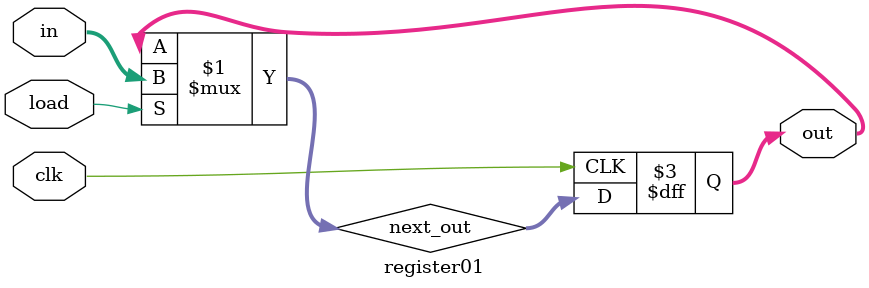
<source format=sv>
`define WAIT 4'b0000
`define loadA 4'b0001
`define loadB 4'b0010
`define ADD 4'b0100
`define WriteToReg 4'b0011
`define DECODE 4'b0110
`define WriteNum 4'b0101
`define MoveNum 4'b0111
`define AND 4'b1000
`define MVN 4'b1001
`define CMP 4'b1010


module cpu(clk,reset,s,load,in,out,N,V,Z,w);
    input clk, reset, s, load;
    input [15:0] in;
    output [15:0] out;
    output N, V, Z, w;

    wire [15:0] iout, sximm5, sximm8, mdata;
    wire [7:0] PC;
    wire [3:0] vsel;
    wire [2:0] nsel, opcode, readnum, writenum, Z_out;
    wire [1:0] op, ALUop, shift;
    wire asel, bsel, loada, loadb, loadc, write, loads, N, V, Z;

    assign Z = Z_out[2];
    assign N = Z_out[1];
    assign V = Z_out[0];

    register i_register(.clk(clk), .load(load), .in(in), .out(iout));

    instruction_decoder i_decoder(.in(iout),.nsel(nsel),.sximm5(sximm5),.sximm8(sximm8),.shift(shift),.PC(PC),.mdata(mdata),.ALUop(ALUop),.readnum(readnum),.writenum(writenum),.opcode(opcode),.op(op));

    FSM d_FSM(.clk(clk),.opcode(opcode),.op(op),.s(s),.reset(reset),.asel(asel),.bsel(bsel),.nsel(nsel),.w(w),
    .loada(loada),.loadb(loadb),.loadc(loadc),.loads(loads),.vsel(vsel),.write(write));

    datapath d_datapath(.mdata(mdata),.sximm5(sximm5),.sximm8(sximm8),.PC(PC),.writenum(writenum),.write(write),.readnum(readnum),.clk(clk),
    .loada(loada),.loadb(loadb),.shift(shift),.asel(asel),.bsel(bsel),.vsel(vsel),.ALUop(ALUop),.loadc(loadc),.loads(loads),.Z_out(Z_out),.datapath_out(out));

endmodule

module datapath(mdata,sximm5,sximm8,PC,writenum,write,readnum,clk,loada,loadb,shift,asel,bsel,vsel,ALUop,loadc,loads,Z_out,datapath_out);

    input [15:0] mdata, sximm8, sximm5; //Initializing variables
    input [7:0] PC;
    input [2:0] writenum, readnum;
    input [1:0] shift,ALUop;
    input [3:0] vsel;
    input write,clk,asel,bsel,loada,loadb,loadc,loads;
    output [15:0] datapath_out;
    output [2:0] Z_out;

    wire [15:0] data_out,Aout,Bout,sout,Ain,Bin,out;
    reg [15:0] data_in;
    wire [2:0] Z;


    always_comb begin
        case(vsel)

        4'b0001: data_in = mdata;
        4'b0010: data_in = sximm8;
        4'b0100: data_in = {8'b00000000, PC};
        4'b1000: data_in = datapath_out;
        endcase
    end

    

    regfile REGFILE(.data_in(data_in),.writenum(writenum),.write(write),.readnum(readnum),.clk(clk),.data_out(data_out)); //Instantiating regfile for data out

    register A(.clk(clk),.load(loada),.in(data_out),.out(Aout)); //Instantiating register A

    assign Ain = asel ? 16'b0 : Aout; //Left multiplexer with asel select

    register B(.clk(clk),.load(loadb),.in(data_out),.out(Bout)); //Instantiating register B

    shifter U1(.in(Bout),.shift(shift),.sout(sout)); //Instantiating shifter

    assign Bin = bsel ? sximm5 : sout; //Right multiplexer with bsel select
 
    ALU U2(.Ain(Ain),.Bin(Bin),.ALUop(ALUop),.out(out),.Z(Z)); //Instantiating ALU

    register01 status(.clk(clk),.load(loads),.in(Z),.out(Z_out)); //Instantiating status register

    register C(.clk(clk),.load(loadc),.in(out),.out(datapath_out)); //Instantiating register C
endmodule

module regfile(data_in,writenum,write,readnum,clk,data_out);

    input [15:0] data_in;
    input [2:0] writenum, readnum;
    input write, clk;
    output [15:0] data_out;

    reg [15:0] data_out;
    wire [7:0] wregchoice;
    wire [7:0] rregchoice;
    reg load0, load1, load2, load3, load4, load5, load6, load7;
    wire [15:0] dataR0, dataR1, dataR2, dataR3, dataR4, dataR5, dataR6, dataR7;
    wire [15:0] R0, R1, R2, R3, R4, R5, R6, R7;

    mydecoder wdecoder(.in(writenum), .out(wregchoice));
    mydecoder rdecoder(.in(readnum), .out(rregchoice));

    register I0(.clk(clk),.load(load0),.in(data_in),.out(dataR0));
    register I1(.clk(clk),.load(load1),.in(data_in),.out(dataR1));
    register I2(.clk(clk),.load(load2),.in(data_in),.out(dataR2));
    register I3(.clk(clk),.load(load3),.in(data_in),.out(dataR3));
    register I4(.clk(clk),.load(load4),.in(data_in),.out(dataR4));
    register I5(.clk(clk),.load(load5),.in(data_in),.out(dataR5));
    register I6(.clk(clk),.load(load6),.in(data_in),.out(dataR6));
    register I7(.clk(clk),.load(load7),.in(data_in),.out(dataR7));

    assign R0 = dataR0;
    assign R1 = dataR1;
    assign R2 = dataR2;
    assign R3 = dataR3;
    assign R4 = dataR4;
    assign R5 = dataR5;
    assign R6 = dataR6;
    assign R7 = dataR7;


    always_comb begin

        load0 = (wregchoice[0] & write) ? 1'b1 : 1'b0; 
        load1 = (wregchoice[1] & write) ? 1'b1 : 1'b0; 
        load2 = (wregchoice[2] & write) ? 1'b1 : 1'b0; 
        load3 = (wregchoice[3] & write) ? 1'b1 : 1'b0; 
        load4 = (wregchoice[4] & write) ? 1'b1 : 1'b0; 
        load5 = (wregchoice[5] & write) ? 1'b1 : 1'b0; 
        load6 = (wregchoice[6] & write) ? 1'b1 : 1'b0; 
        load7 = (wregchoice[7] & write) ? 1'b1 : 1'b0; 

        case(rregchoice)

            8'b00000001: data_out = R0;
            8'b00000010: data_out = R1;
            8'b00000100: data_out = R2;
            8'b00001000: data_out = R3;
            8'b00010000: data_out = R4;
            8'b00100000: data_out = R5;
            8'b01000000: data_out = R6;
            8'b10000000: data_out = R7;
            default: data_out = 16'bxxxxxxxxxxxxxxxx;
        endcase
    end
endmodule

module FSM(clk,opcode,op,s,reset,asel,bsel,nsel,w,loada,loadb,loadc,loads,vsel,write);

    input [2:0] opcode;
    input [1:0] op;
    input clk, s, reset;
    output reg w, asel, bsel, loada, loadb, loadc, loads, write;
    output reg [2:0] nsel;
    output reg [3:0] vsel;


    reg [3:0] present_state;

    always_ff @(posedge clk) begin
        
        if(reset) begin

            present_state = `WAIT;

            nsel = 3'bxxx;
            loada = 1'b0;
            loadb = 1'b0;
            loadc = 1'b0;
            write = 1'b0;
            vsel = 4'bxxxx;
            asel = 1'b0;
            bsel = 1'b0;
        end
            
        
        else begin
            
            case(present_state)

                `WAIT: if(s)
                        present_state = `DECODE;

                    else 
                        present_state = `WAIT;
                
                `DECODE:begin

                    if(opcode == 3'b101)
                            present_state = `loadA;

                    else if((opcode == 3'b110 && op == 2'b00)||(opcode == 3'b101 && op == 2'b11))
                            present_state = `loadB;
                        
                    else
                        present_state = `WriteNum;
                end 

                `WriteNum: present_state = `WAIT;

                `loadA: present_state = `loadB;

                `loadB: begin
                    if (opcode == 3'b110 && op == 2'b00)
                        present_state = `MoveNum;
                    
                    else if(opcode == 3'b101 && op == 2'b10)
                        present_state = `AND;

                    else if(opcode == 3'b101 && op == 2'b11)
                        present_state = `MVN;

                    else if(opcode == 3'b101 && op == 2'b01)
                        present_state = `CMP;

                    else 
                        present_state = `ADD;
                end

                `ADD: present_state = `WriteToReg;

                `AND: present_state = `WriteToReg;

                `MVN: present_state = `WriteToReg;

                `CMP: present_state = `WAIT;

                `WriteToReg: present_state = `WAIT;

                `MoveNum: present_state = `WriteToReg;

                default: present_state = 3'bxxx;
            endcase

            case(present_state)

                `loadA: begin

                    nsel = 3'b001;
                    loada = 1'b1;
                    loadb = 1'b0;
                    loadc = 1'b0;
                    loads = 1'b0;
                    write = 1'b0;
                    vsel = 4'b1000;
                    asel = 1'b0;
                    bsel = 1'b0;
                end

                `loadB: begin
                    
                    nsel = 3'b010;
                    loada = 1'b0;
                    loadb = 1'b1;
                    loadc = 1'b1;
                    loads = 1'b0;
                    write = 1'b0;
                    vsel = 4'b1000;
                    asel = 1'b1;
                    bsel = 1'b0;
                end

                `AND: begin
                    
                    nsel = 3'b010;
                    loada = 1'b0;
                    loadb = 1'b0;
                    loadc = 1'b1;
                    loads = 1'b0;
                    write = 1'b0;
                    vsel = 4'b1000;
                    asel = 1'b0;
                    bsel = 1'b0;
                end

                `CMP: begin
                    
                    nsel = 3'b010;
                    loada = 1'b0;
                    loadb = 1'b0;
                    loadc = 1'b1;
                    loads = 1'b1;
                    write = 1'b0;
                    vsel = 4'b1000;
                    asel = 1'b0;
                    bsel = 1'b0;
                end
                    
                `MVN: begin
                    
                    nsel = 3'b010;
                    loada = 1'b0;
                    loadb = 1'b0;
                    loadc = 1'b1;
                    loads = 1'b0;
                    write = 1'b0;
                    vsel = 4'b1000;
                    asel = 1'b0;
                    bsel = 1'b0;
                end

                `ADD: begin
                    
                    nsel = 3'b010;
                    loada = 1'b0;
                    loadb = 1'b0;
                    loadc = 1'b1;
                    loads = 1'b0;
                    write = 1'b0;
                    vsel = 4'b1000;
                    asel = 1'b0;
                    bsel = 1'b0;
                end

                `WriteToReg: begin
                    
                    nsel = 3'b100;
                    loada = 1'b0;
                    loadb = 1'b0;
                    loadc = 1'b1;
                    loads = 1'b0;
                    write = 1'b1;
                    vsel = 4'b1000;
                    asel = 1'b1;
                    bsel = 1'b0;
                end

                `MoveNum: begin
                    
                    nsel = 3'b001;
                    loada = 1'b0;
                    loadb = 1'b0;
                    loadc = 1'b1;
                    loads = 1'b0;
                    write = 1'b0;
                    vsel = 4'b0010;
                    asel = 1'b1;
                    bsel = 1'b0;
                end

                `WriteNum: begin
                    
                    nsel = 3'b001;
                    loada = 1'b0;
                    loadb = 1'b0;
                    loadc = 1'b0;
                    loads = 1'b0;
                    write = 1'b1;
                    vsel = 4'b0010;
                    asel = 1'b1;
                    bsel = 1'b0;
                end

                default: begin
                    
                    nsel = 3'bxxx;
                    loada = 1'b0;
                    loadb = 1'b0;
                    loadc = 1'b1;
                    loads = 1'b0;
                    write = 1'b0;
                    vsel = 4'bxxxx;
                    asel = 1'b0;
                    bsel = 1'b0;
                end

            endcase
        end

    end

    always_comb begin

        if((s == 1'b0) && (present_state == `WAIT))
            w = 1'b1;
        
        else 
            w = 1'b0;
    end
endmodule

module instruction_decoder(in,nsel,sximm5,sximm8,shift,PC,mdata,ALUop,readnum,writenum,opcode,op);

    input [15:0] in;
    input [2:0] nsel;
    output [15:0] sximm5, sximm8, mdata;
    output [7:0] PC;
    output [1:0] op, shift, ALUop;
    output reg [2:0] opcode, readnum, writenum;

    reg [4:0] imm5;
    reg [7:0] imm8, PC;
    reg [2:0] Rn, Rd, Rm;

    assign sximm8 = imm8[7] ?  {8'b1111111,imm8} : {8'b00000000,imm8};
    assign sximm5 = imm5[4] ?  {11'b11111111111,imm5} : {11'b00000000000,imm5};
    assign mdata = 16'd0;

    assign PC = 8'b0;

    assign op = in[12:11];
    assign ALUop = in[12:11];
    assign shift = in[4:3];

    assign opcode = in[15:13];
    
    assign imm5 = in[4:0];
    assign imm8 = in[7:0];
    
    assign Rn = in[10:8];
    assign Rd = in[7:5];
    assign Rm = in[2:0];
   

    always_comb begin

        case(nsel)

        3'b001: begin
            readnum = Rn;
            writenum = Rn;
        end

        3'b010: begin
            readnum = Rm;
            writenum = Rm;
        end

        3'b100: begin
            readnum = Rd;
            writenum = Rd;
        end

        default: begin
            readnum = 3'bxxx;
            writenum = 3'bxxx;
        end
        endcase
    end
endmodule

module register(clk,load,in,out);

    parameter n = 16;
    input clk, load;
    input [n-1:0] in;
    output [n-1:0] out;

    reg [n-1:0] out;
    wire [n-1:0] next_out;

    assign next_out = load ? in : out;

    always_ff @(posedge clk)
        out = next_out;
endmodule

module mydecoder(in,out);

    input [2:0] in;
    output [7:0] out;

    wire [7:0] out = 1 << in;
endmodule

module ALU(Ain, Bin, ALUop, out, Z);

    input [15:0] Ain, Bin;
    input [1:0] ALUop;
    output [15:0] out;
    output [2:0] Z;

    reg [15:0] out;
    reg [15:0] add;
    reg zero, negative, overflow;

    always_comb begin
        
        case (ALUop)

            2'b00: out = Ain + Bin;
            2'b01: out = Ain - Bin;
            2'b10: out = Ain & Bin;
            2'b11: out = ~Bin;
            default: out = 16'bxxxxxxxxxxxxxxxx;
        endcase

        case (out)

            16'b0000000000000000: zero = 1'b1;
            default: zero = 1'b0;
        endcase

        case (out[15])

            1'b1 : negative = 1'b1;
            default: negative = 1'b0;
        endcase

        if((((add[15] == 1'b0) && (Ain[15] == 1'b1) && (Bin[15] == 1'b1))) || (((add[15] == 1'b1) && (Ain[15] == 1'b0) && (Bin[15] == 1'b0))))
            overflow = 1'b1;

        else
            overflow = 1'b0;
    end
    
    assign add = Ain + Bin;
    assign Z[2] = zero;
    assign Z[1] = negative;
    assign Z[0] = overflow;
       
endmodule

module shifter(in,shift,sout);

    input [15:0] in;
    input [1:0] shift;
    output [15:0] sout;

    reg [15:0] sout;
    reg hold;

    always_comb begin
        
        case (shift)

            2'b00: begin
               sout = in;
               hold = 1'bx;
            end

            2'b01: begin
                sout = in << 1;
                hold = 1'bx;
            end

            2'b10: begin
                sout = in >> 1;
                hold = 1'bx;
            end

            2'b11: begin
                    hold = in[15];
                    sout = in >> 1;
                    sout[15] = hold;
            end
            
            default: begin
                sout = 16'bxxxxxxxxxxxxxxxx;
                hold = 1'bx;
            end
        endcase
    end
endmodule

module register01(clk,load,in,out);

    parameter n = 3;
    input clk, load;
    input [n-1:0] in;
    output [n-1:0] out;

    reg [n-1:0] out;
    wire [n-1:0] next_out;

    assign next_out = load ? in : out;

    always_ff @(posedge clk)
        out = next_out;
endmodule

</source>
